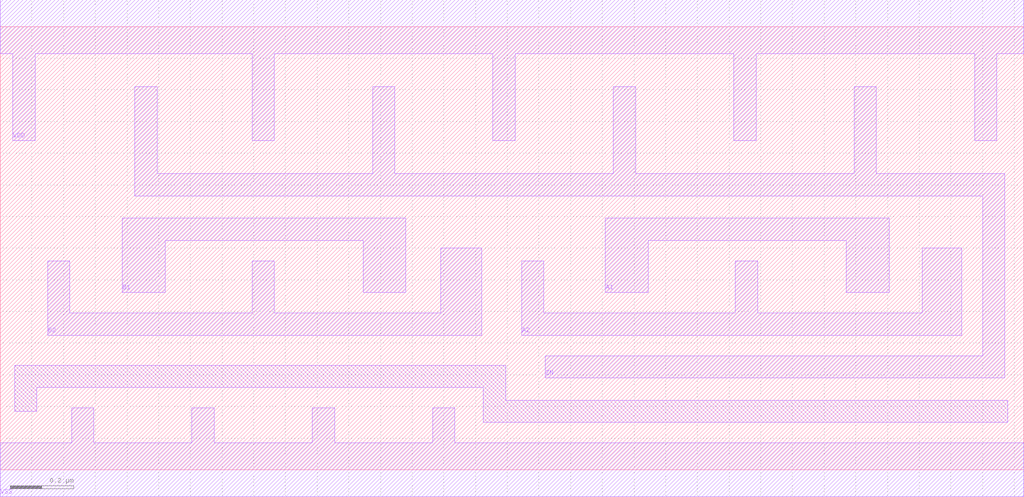
<source format=lef>
# 
# ******************************************************************************
# *                                                                            *
# *                   Copyright (C) 2004-2010, Nangate Inc.                    *
# *                           All rights reserved.                             *
# *                                                                            *
# * Nangate and the Nangate logo are trademarks of Nangate Inc.                *
# *                                                                            *
# * All trademarks, logos, software marks, and trade names (collectively the   *
# * "Marks") in this program are proprietary to Nangate or other respective    *
# * owners that have granted Nangate the right and license to use such Marks.  *
# * You are not permitted to use the Marks without the prior written consent   *
# * of Nangate or such third party that may own the Marks.                     *
# *                                                                            *
# * This file has been provided pursuant to a License Agreement containing     *
# * restrictions on its use. This file contains valuable trade secrets and     *
# * proprietary information of Nangate Inc., and is protected by U.S. and      *
# * international laws and/or treaties.                                        *
# *                                                                            *
# * The copyright notice(s) in this file does not indicate actual or intended  *
# * publication of this file.                                                  *
# *                                                                            *
# *     NGLibraryCreator, v2010.08-HR32-SP3-2010-08-05 - build 1009061800      *
# *                                                                            *
# ******************************************************************************
# 
# 
# Running on brazil06.nangate.com.br for user Giancarlo Franciscatto (gfr).
# Local time is now Fri, 3 Dec 2010, 19:32:18.
# Main process id is 27821.

VERSION 5.6 ;
BUSBITCHARS "[]" ;
DIVIDERCHAR "/" ;

MACRO OAI22_X4
  CLASS core ;
  FOREIGN OAI22_X4 0.0 0.0 ;
  ORIGIN 0 0 ;
  SYMMETRY X Y ;
  SITE FreePDK45_38x28_10R_NP_162NW_34O ;
  SIZE 3.23 BY 1.4 ;
  PIN A1
    DIRECTION INPUT ;
    ANTENNAPARTIALMETALAREA 0.1072 LAYER metal1 ;
    ANTENNAPARTIALMETALSIDEAREA 0.3367 LAYER metal1 ;
    ANTENNAGATEAREA 0.209 ;
    PORT
      LAYER metal1 ;
        POLYGON 1.91 0.56 2.045 0.56 2.045 0.725 2.67 0.725 2.67 0.56 2.805 0.56 2.805 0.795 1.91 0.795  ;
    END
  END A1
  PIN A2
    DIRECTION INPUT ;
    ANTENNAPARTIALMETALAREA 0.146025 LAYER metal1 ;
    ANTENNAPARTIALMETALSIDEAREA 0.5187 LAYER metal1 ;
    ANTENNAGATEAREA 0.209 ;
    PORT
      LAYER metal1 ;
        POLYGON 1.645 0.425 3.035 0.425 3.035 0.7 2.91 0.7 2.91 0.495 2.39 0.495 2.39 0.66 2.32 0.66 2.32 0.495 1.715 0.495 1.715 0.66 1.645 0.66  ;
    END
  END A2
  PIN B1
    DIRECTION INPUT ;
    ANTENNAPARTIALMETALAREA 0.1072 LAYER metal1 ;
    ANTENNAPARTIALMETALSIDEAREA 0.3367 LAYER metal1 ;
    ANTENNAGATEAREA 0.209 ;
    PORT
      LAYER metal1 ;
        POLYGON 0.385 0.56 0.52 0.56 0.52 0.725 1.145 0.725 1.145 0.56 1.28 0.56 1.28 0.795 0.385 0.795  ;
    END
  END B1
  PIN B2
    DIRECTION INPUT ;
    ANTENNAPARTIALMETALAREA 0.14565 LAYER metal1 ;
    ANTENNAPARTIALMETALSIDEAREA 0.5135 LAYER metal1 ;
    ANTENNAGATEAREA 0.209 ;
    PORT
      LAYER metal1 ;
        POLYGON 0.15 0.425 1.52 0.425 1.52 0.7 1.39 0.7 1.39 0.495 0.865 0.495 0.865 0.66 0.795 0.66 0.795 0.495 0.22 0.495 0.22 0.66 0.15 0.66  ;
    END
  END B2
  PIN ZN
    DIRECTION OUTPUT ;
    ANTENNAPARTIALMETALAREA 0.406 LAYER metal1 ;
    ANTENNAPARTIALMETALSIDEAREA 1.5262 LAYER metal1 ;
    ANTENNADIFFAREA 0.5852 ;
    PORT
      LAYER metal1 ;
        POLYGON 0.425 0.865 3.1 0.865 3.1 0.36 1.72 0.36 1.72 0.29 3.17 0.29 3.17 0.935 2.765 0.935 2.765 1.21 2.695 1.21 2.695 0.935 2.005 0.935 2.005 1.21 1.935 1.21 1.935 0.935 1.245 0.935 1.245 1.21 1.175 1.21 1.175 0.935 0.495 0.935 0.495 1.21 0.425 1.21  ;
    END
  END ZN
  PIN VDD
    DIRECTION INOUT ;
    USE power ;
    SHAPE ABUTMENT ;
    PORT
      LAYER metal1 ;
        POLYGON 0 1.315 0.04 1.315 0.04 1.04 0.11 1.04 0.11 1.315 0.795 1.315 0.795 1.04 0.865 1.04 0.865 1.315 1.555 1.315 1.555 1.04 1.625 1.04 1.625 1.315 2.315 1.315 2.315 1.04 2.385 1.04 2.385 1.315 3.075 1.315 3.075 1.04 3.145 1.04 3.145 1.315 3.18 1.315 3.23 1.315 3.23 1.485 3.18 1.485 0 1.485  ;
    END
  END VDD
  PIN VSS
    DIRECTION INOUT ;
    USE ground ;
    SHAPE ABUTMENT ;
    PORT
      LAYER metal1 ;
        POLYGON 0 -0.085 3.23 -0.085 3.23 0.085 1.435 0.085 1.435 0.195 1.365 0.195 1.365 0.085 1.055 0.085 1.055 0.195 0.985 0.195 0.985 0.085 0.675 0.085 0.675 0.195 0.605 0.195 0.605 0.085 0.295 0.085 0.295 0.195 0.225 0.195 0.225 0.085 0 0.085  ;
    END
  END VSS
  OBS
      LAYER metal1 ;
        POLYGON 0.045 0.185 0.115 0.185 0.115 0.26 1.525 0.26 1.525 0.15 3.18 0.15 3.18 0.22 1.595 0.22 1.595 0.33 0.045 0.33  ;
  END
END OAI22_X4

END LIBRARY
#
# End of file
#

</source>
